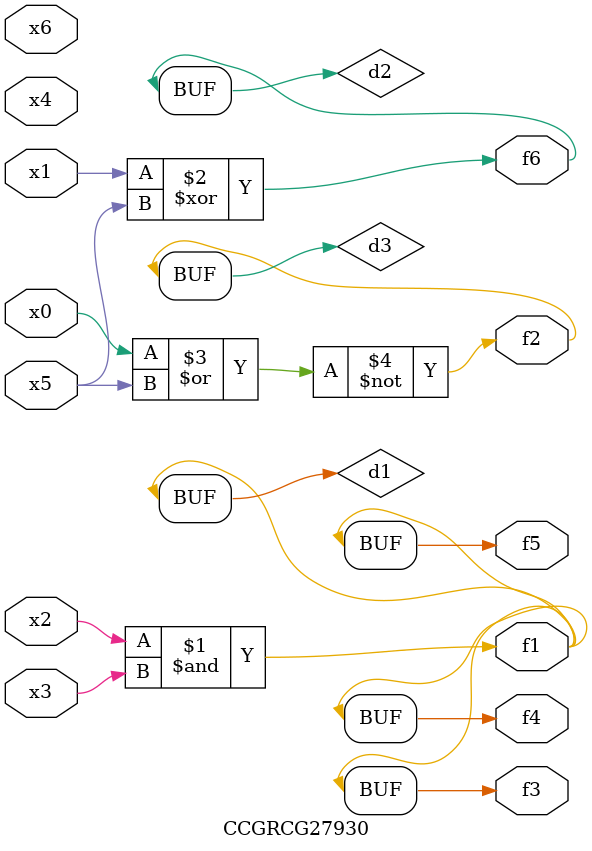
<source format=v>
module CCGRCG27930(
	input x0, x1, x2, x3, x4, x5, x6,
	output f1, f2, f3, f4, f5, f6
);

	wire d1, d2, d3;

	and (d1, x2, x3);
	xor (d2, x1, x5);
	nor (d3, x0, x5);
	assign f1 = d1;
	assign f2 = d3;
	assign f3 = d1;
	assign f4 = d1;
	assign f5 = d1;
	assign f6 = d2;
endmodule

</source>
